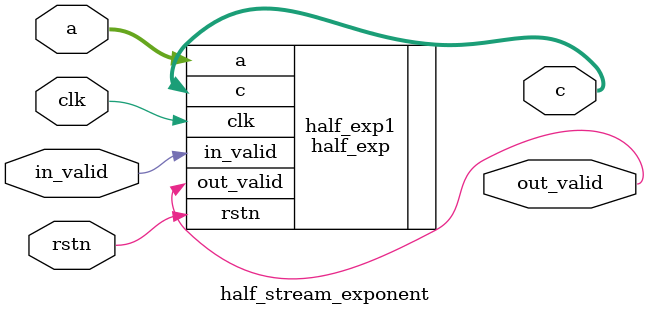
<source format=sv>
/* verilator lint_off WIDTHEXPAND */

module half_stream_exponent
#(
parameter BITS = 16,
parameter LENGTH = 10
)
(
input rstn,
input clk,
input in_valid,
input [BITS-1:0] a,
output logic out_valid,
output logic [BITS-1:0] c
);

half_exp
half_exp1
(
.rstn,
.clk,
.in_valid,
.a,
.out_valid,
.c
);

endmodule

</source>
